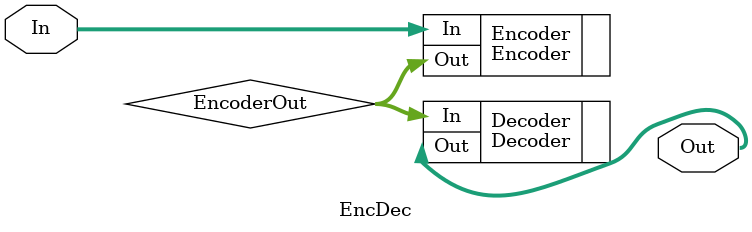
<source format=v>
`timescale 1ns / 1ns
module EncDec(In, Out);

input [7:0] In;
output [7:0] Out;

wire [2:0] EncoderOut;

Encoder Encoder(
			.In(In),
			.Out(EncoderOut)
			);
Decoder Decoder(
			.In(EncoderOut),
			.Out(Out)
			);
    
endmodule

</source>
